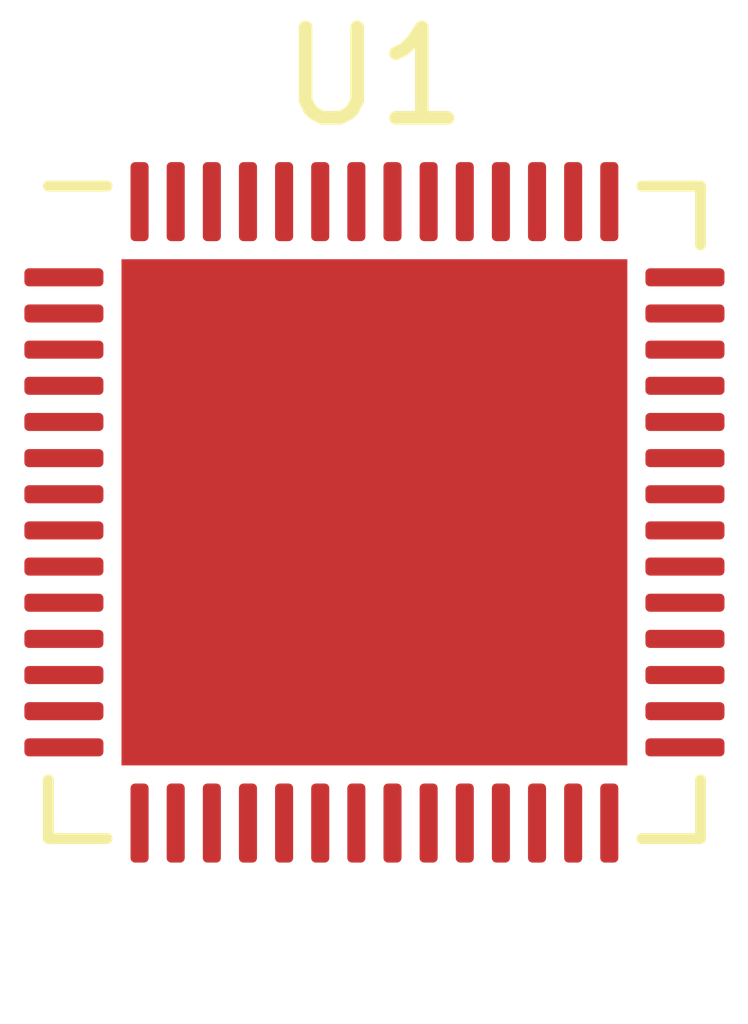
<source format=kicad_pcb>
(kicad_pcb (version 20221018) (generator pcbnew)
  (layers (0 "F.Cu" signal) (31 "B.Cu" signal) (34 "B.Paste" user) (35 "F.Paste" user) (36 "B.SilkS" user "B.Silkscreen") (37 "F.SilkS" user "F.Silkscreen") (38 "B.Mask" user) (39 "F.Mask" user) (44 "Edge.Cuts" user))
  (net 0 "")
  (net 2 "VDD3P3")
  (net 54 "Net-(U1-VDDA-Pad55)")
  (footprint "Package_DFN_QFN:QFN-56-1EP_7x7mm_P0.4mm_EP5.6x5.6mm" (layer "F.Cu") (at 75.3025 48.2)
    (fp_text reference "U1" (at 0 -4.82) (layer "F.SilkS"))
    (fp_text value "ESP32-S3")
    (fp_line (start -3.61 3.61) (end -3.61 2.96) (stroke (width 0.12)) (layer "F.SilkS"))
    (fp_line (start -2.96 -3.61) (end -3.61 -3.61) (stroke (width 0.12)) (layer "F.SilkS"))
    (fp_line (start -2.96 3.61) (end -3.61 3.61) (stroke (width 0.12)) (layer "F.SilkS"))
    (fp_line (start 2.96 -3.61) (end 3.61 -3.61) (stroke (width 0.12)) (layer "F.SilkS"))
    (fp_line (start 2.96 3.61) (end 3.61 3.61) (stroke (width 0.12)) (layer "F.SilkS"))
    (fp_line (start 3.61 -3.61) (end 3.61 -2.96) (stroke (width 0.12)) (layer "F.SilkS"))
    (fp_line (start 3.61 3.61) (end 3.61 2.96) (stroke (width 0.12)) (layer "F.SilkS"))
    (pad "1" smd roundrect (at -3.4375 -2.6) (size 0.875 0.2) (layers "F.Cu" "F.Paste" "F.Mask"))
    (pad "2" smd roundrect (at -3.4375 -2.2) (size 0.875 0.2) (layers "F.Cu" "F.Paste" "F.Mask") (net 2 "VDD3P3"))
    (pad "3" smd roundrect (at -3.4375 -1.8) (size 0.875 0.2) (layers "F.Cu" "F.Paste" "F.Mask") (net 2 "VDD3P3"))
    (pad "4" smd roundrect (at -3.4375 -1.4) (size 0.875 0.2) (layers "F.Cu" "F.Paste" "F.Mask"))
    (pad "5" smd roundrect (at -3.4375 -1) (size 0.875 0.2) (layers "F.Cu" "F.Paste" "F.Mask"))
    (pad "6" smd roundrect (at -3.4375 -0.6) (size 0.875 0.2) (layers "F.Cu" "F.Paste" "F.Mask"))
    (pad "7" smd roundrect (at -3.4375 -0.2) (size 0.875 0.2) (layers "F.Cu" "F.Paste" "F.Mask"))
    (pad "8" smd roundrect (at -3.4375 0.2) (size 0.875 0.2) (layers "F.Cu" "F.Paste" "F.Mask"))
    (pad "9" smd roundrect (at -3.4375 0.6) (size 0.875 0.2) (layers "F.Cu" "F.Paste" "F.Mask"))
    (pad "10" smd roundrect (at -3.4375 1) (size 0.875 0.2) (layers "F.Cu" "F.Paste" "F.Mask"))
    (pad "11" smd roundrect (at -3.4375 1.4) (size 0.875 0.2) (layers "F.Cu" "F.Paste" "F.Mask"))
    (pad "12" smd roundrect (at -3.4375 1.8) (size 0.875 0.2) (layers "F.Cu" "F.Paste" "F.Mask"))
    (pad "13" smd roundrect (at -3.4375 2.2) (size 0.875 0.2) (layers "F.Cu" "F.Paste" "F.Mask"))
    (pad "14" smd roundrect (at -3.4375 2.6) (size 0.875 0.2) (layers "F.Cu" "F.Paste" "F.Mask"))
    (pad "15" smd roundrect (at -2.6 3.4375) (size 0.2 0.875) (layers "F.Cu" "F.Paste" "F.Mask"))
    (pad "16" smd roundrect (at -2.2 3.4375) (size 0.2 0.875) (layers "F.Cu" "F.Paste" "F.Mask"))
    (pad "17" smd roundrect (at -1.8 3.4375) (size 0.2 0.875) (layers "F.Cu" "F.Paste" "F.Mask"))
    (pad "18" smd roundrect (at -1.4 3.4375) (size 0.2 0.875) (layers "F.Cu" "F.Paste" "F.Mask"))
    (pad "19" smd roundrect (at -1 3.4375) (size 0.2 0.875) (layers "F.Cu" "F.Paste" "F.Mask"))
    (pad "20" smd roundrect (at -0.6 3.4375) (size 0.2 0.875) (layers "F.Cu" "F.Paste" "F.Mask"))
    (pad "21" smd roundrect (at -0.2 3.4375) (size 0.2 0.875) (layers "F.Cu" "F.Paste" "F.Mask"))
    (pad "22" smd roundrect (at 0.2 3.4375) (size 0.2 0.875) (layers "F.Cu" "F.Paste" "F.Mask"))
    (pad "23" smd roundrect (at 0.6 3.4375) (size 0.2 0.875) (layers "F.Cu" "F.Paste" "F.Mask"))
    (pad "24" smd roundrect (at 1 3.4375) (size 0.2 0.875) (layers "F.Cu" "F.Paste" "F.Mask"))
    (pad "25" smd roundrect (at 1.4 3.4375) (size 0.2 0.875) (layers "F.Cu" "F.Paste" "F.Mask"))
    (pad "26" smd roundrect (at 1.8 3.4375) (size 0.2 0.875) (layers "F.Cu" "F.Paste" "F.Mask"))
    (pad "27" smd roundrect (at 2.2 3.4375) (size 0.2 0.875) (layers "F.Cu" "F.Paste" "F.Mask"))
    (pad "28" smd roundrect (at 2.6 3.4375) (size 0.2 0.875) (layers "F.Cu" "F.Paste" "F.Mask"))
    (pad "29" smd roundrect (at 3.4375 2.6) (size 0.875 0.2) (layers "F.Cu" "F.Paste" "F.Mask"))
    (pad "30" smd roundrect (at 3.4375 2.2) (size 0.875 0.2) (layers "F.Cu" "F.Paste" "F.Mask"))
    (pad "31" smd roundrect (at 3.4375 1.8) (size 0.875 0.2) (layers "F.Cu" "F.Paste" "F.Mask"))
    (pad "32" smd roundrect (at 3.4375 1.4) (size 0.875 0.2) (layers "F.Cu" "F.Paste" "F.Mask"))
    (pad "33" smd roundrect (at 3.4375 1) (size 0.875 0.2) (layers "F.Cu" "F.Paste" "F.Mask"))
    (pad "34" smd roundrect (at 3.4375 0.6) (size 0.875 0.2) (layers "F.Cu" "F.Paste" "F.Mask"))
    (pad "35" smd roundrect (at 3.4375 0.2) (size 0.875 0.2) (layers "F.Cu" "F.Paste" "F.Mask"))
    (pad "36" smd roundrect (at 3.4375 -0.2) (size 0.875 0.2) (layers "F.Cu" "F.Paste" "F.Mask"))
    (pad "37" smd roundrect (at 3.4375 -0.6) (size 0.875 0.2) (layers "F.Cu" "F.Paste" "F.Mask"))
    (pad "38" smd roundrect (at 3.4375 -1) (size 0.875 0.2) (layers "F.Cu" "F.Paste" "F.Mask"))
    (pad "39" smd roundrect (at 3.4375 -1.4) (size 0.875 0.2) (layers "F.Cu" "F.Paste" "F.Mask"))
    (pad "40" smd roundrect (at 3.4375 -1.8) (size 0.875 0.2) (layers "F.Cu" "F.Paste" "F.Mask"))
    (pad "41" smd roundrect (at 3.4375 -2.2) (size 0.875 0.2) (layers "F.Cu" "F.Paste" "F.Mask"))
    (pad "42" smd roundrect (at 3.4375 -2.6) (size 0.875 0.2) (layers "F.Cu" "F.Paste" "F.Mask"))
    (pad "43" smd roundrect (at 2.6 -3.4375) (size 0.2 0.875) (layers "F.Cu" "F.Paste" "F.Mask"))
    (pad "44" smd roundrect (at 2.2 -3.4375) (size 0.2 0.875) (layers "F.Cu" "F.Paste" "F.Mask"))
    (pad "45" smd roundrect (at 1.8 -3.4375) (size 0.2 0.875) (layers "F.Cu" "F.Paste" "F.Mask"))
    (pad "46" smd roundrect (at 1.4 -3.4375) (size 0.2 0.875) (layers "F.Cu" "F.Paste" "F.Mask"))
    (pad "47" smd roundrect (at 1 -3.4375) (size 0.2 0.875) (layers "F.Cu" "F.Paste" "F.Mask"))
    (pad "48" smd roundrect (at 0.6 -3.4375) (size 0.2 0.875) (layers "F.Cu" "F.Paste" "F.Mask"))
    (pad "49" smd roundrect (at 0.2 -3.4375) (size 0.2 0.875) (layers "F.Cu" "F.Paste" "F.Mask"))
    (pad "50" smd roundrect (at -0.2 -3.4375) (size 0.2 0.875) (layers "F.Cu" "F.Paste" "F.Mask"))
    (pad "51" smd roundrect (at -0.6 -3.4375) (size 0.2 0.875) (layers "F.Cu" "F.Paste" "F.Mask"))
    (pad "52" smd roundrect (at -1 -3.4375) (size 0.2 0.875) (layers "F.Cu" "F.Paste" "F.Mask"))
    (pad "53" smd roundrect (at -1.4 -3.4375) (size 0.2 0.875) (layers "F.Cu" "F.Paste" "F.Mask"))
    (pad "54" smd roundrect (at -1.8 -3.4375) (size 0.2 0.875) (layers "F.Cu" "F.Paste" "F.Mask"))
    (pad "55" smd roundrect (at -2.2 -3.4375) (size 0.2 0.875) (layers "F.Cu" "F.Paste" "F.Mask") (net 54 "Net-(U1-VDDA-Pad55)"))
    (pad "56" smd roundrect (at -2.6 -3.4375) (size 0.2 0.875) (layers "F.Cu" "F.Paste" "F.Mask") (net 54 "Net-(U1-VDDA-Pad55)"))
    (pad "57" smd rect (at 0 0) (size 5.6 5.6) (layers "F.Cu" "F.Mask"))
  )
)
</source>
